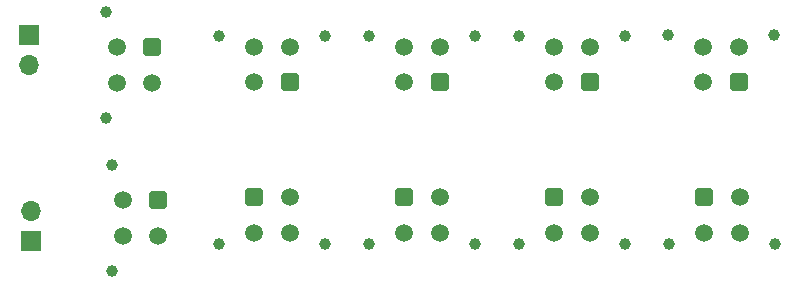
<source format=gbr>
%TF.GenerationSoftware,KiCad,Pcbnew,6.0.1-79c1e3a40b~116~ubuntu20.04.1*%
%TF.CreationDate,2022-01-27T21:22:15+08:00*%
%TF.ProjectId,canbus_board,63616e62-7573-45f6-926f-6172642e6b69,rev?*%
%TF.SameCoordinates,Original*%
%TF.FileFunction,Soldermask,Bot*%
%TF.FilePolarity,Negative*%
%FSLAX46Y46*%
G04 Gerber Fmt 4.6, Leading zero omitted, Abs format (unit mm)*
G04 Created by KiCad (PCBNEW 6.0.1-79c1e3a40b~116~ubuntu20.04.1) date 2022-01-27 21:22:15*
%MOMM*%
%LPD*%
G01*
G04 APERTURE LIST*
G04 Aperture macros list*
%AMRoundRect*
0 Rectangle with rounded corners*
0 $1 Rounding radius*
0 $2 $3 $4 $5 $6 $7 $8 $9 X,Y pos of 4 corners*
0 Add a 4 corners polygon primitive as box body*
4,1,4,$2,$3,$4,$5,$6,$7,$8,$9,$2,$3,0*
0 Add four circle primitives for the rounded corners*
1,1,$1+$1,$2,$3*
1,1,$1+$1,$4,$5*
1,1,$1+$1,$6,$7*
1,1,$1+$1,$8,$9*
0 Add four rect primitives between the rounded corners*
20,1,$1+$1,$2,$3,$4,$5,0*
20,1,$1+$1,$4,$5,$6,$7,0*
20,1,$1+$1,$6,$7,$8,$9,0*
20,1,$1+$1,$8,$9,$2,$3,0*%
G04 Aperture macros list end*
%ADD10R,1.700000X1.700000*%
%ADD11O,1.700000X1.700000*%
%ADD12C,1.000000*%
%ADD13RoundRect,0.250001X-0.499999X0.499999X-0.499999X-0.499999X0.499999X-0.499999X0.499999X0.499999X0*%
%ADD14C,1.500000*%
%ADD15RoundRect,0.250001X-0.499999X-0.499999X0.499999X-0.499999X0.499999X0.499999X-0.499999X0.499999X0*%
%ADD16RoundRect,0.250001X0.499999X0.499999X-0.499999X0.499999X-0.499999X-0.499999X0.499999X-0.499999X0*%
G04 APERTURE END LIST*
D10*
%TO.C,J12*%
X58420000Y-42667000D03*
D11*
X58420000Y-45207000D03*
%TD*%
D12*
%TO.C,J10*%
X65402000Y-53642000D03*
X65402000Y-62642000D03*
D13*
X69342000Y-56642000D03*
D14*
X69342000Y-59642000D03*
X66342000Y-56642000D03*
X66342000Y-59642000D03*
%TD*%
D12*
%TO.C,J7*%
X108870000Y-60328000D03*
X99870000Y-60328000D03*
D15*
X102870000Y-56388000D03*
D14*
X105870000Y-56388000D03*
X102870000Y-59388000D03*
X105870000Y-59388000D03*
%TD*%
D12*
%TO.C,J5*%
X87170000Y-60328000D03*
X96170000Y-60328000D03*
D15*
X90170000Y-56388000D03*
D14*
X93170000Y-56388000D03*
X90170000Y-59388000D03*
X93170000Y-59388000D03*
%TD*%
D12*
%TO.C,J6*%
X99894000Y-42679000D03*
X108894000Y-42679000D03*
D16*
X105894000Y-46619000D03*
D14*
X102894000Y-46619000D03*
X105894000Y-43619000D03*
X102894000Y-43619000D03*
%TD*%
D12*
%TO.C,J8*%
X112491000Y-42669000D03*
X121491000Y-42669000D03*
D16*
X118491000Y-46609000D03*
D14*
X115491000Y-46609000D03*
X118491000Y-43609000D03*
X115491000Y-43609000D03*
%TD*%
D12*
%TO.C,J3*%
X74494000Y-60328000D03*
X83494000Y-60328000D03*
D15*
X77494000Y-56388000D03*
D14*
X80494000Y-56388000D03*
X77494000Y-59388000D03*
X80494000Y-59388000D03*
%TD*%
D12*
%TO.C,J9*%
X121594000Y-60318000D03*
X112594000Y-60318000D03*
D15*
X115594000Y-56378000D03*
D14*
X118594000Y-56378000D03*
X115594000Y-59378000D03*
X118594000Y-59378000D03*
%TD*%
D12*
%TO.C,J1*%
X64894000Y-40688000D03*
X64894000Y-49688000D03*
D13*
X68834000Y-43688000D03*
D14*
X68834000Y-46688000D03*
X65834000Y-43688000D03*
X65834000Y-46688000D03*
%TD*%
D12*
%TO.C,J2*%
X83494000Y-42679000D03*
X74494000Y-42679000D03*
D16*
X80494000Y-46619000D03*
D14*
X77494000Y-46619000D03*
X80494000Y-43619000D03*
X77494000Y-43619000D03*
%TD*%
D12*
%TO.C,J4*%
X96194000Y-42679000D03*
X87194000Y-42679000D03*
D16*
X93194000Y-46619000D03*
D14*
X90194000Y-46619000D03*
X93194000Y-43619000D03*
X90194000Y-43619000D03*
%TD*%
D10*
%TO.C,J11*%
X58547000Y-60076000D03*
D11*
X58547000Y-57536000D03*
%TD*%
M02*

</source>
